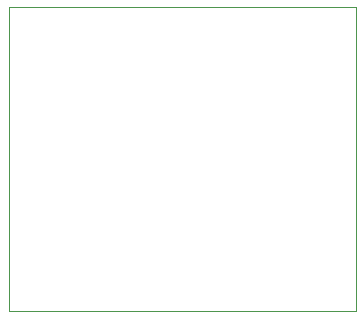
<source format=gm1>
G04 #@! TF.GenerationSoftware,KiCad,Pcbnew,7.0.2*
G04 #@! TF.CreationDate,2023-08-11T04:56:28+05:00*
G04 #@! TF.ProjectId,CO Sesnor Breakout,434f2053-6573-46e6-9f72-20427265616b,rev?*
G04 #@! TF.SameCoordinates,Original*
G04 #@! TF.FileFunction,Profile,NP*
%FSLAX46Y46*%
G04 Gerber Fmt 4.6, Leading zero omitted, Abs format (unit mm)*
G04 Created by KiCad (PCBNEW 7.0.2) date 2023-08-11 04:56:28*
%MOMM*%
%LPD*%
G01*
G04 APERTURE LIST*
G04 #@! TA.AperFunction,Profile*
%ADD10C,0.050000*%
G04 #@! TD*
G04 APERTURE END LIST*
D10*
X201730000Y-100440000D02*
X231070000Y-100440000D01*
X231070000Y-126150000D01*
X201730000Y-126150000D01*
X201730000Y-100440000D01*
M02*

</source>
